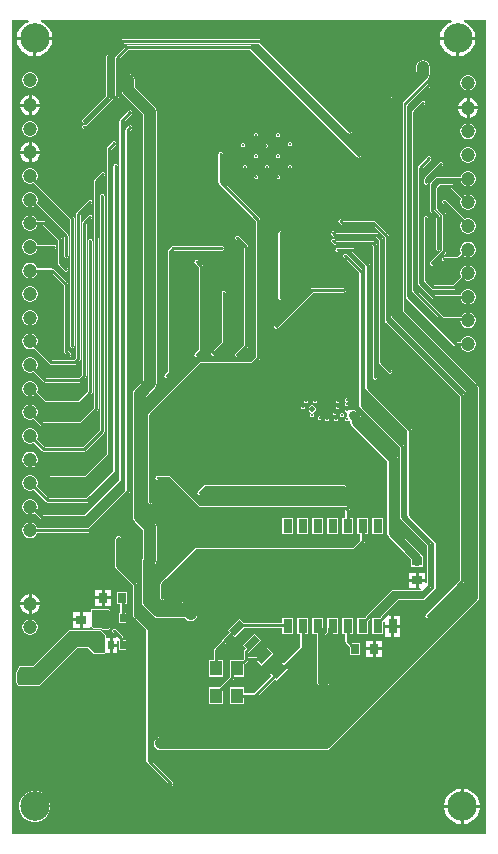
<source format=gbl>
G04*
G04 #@! TF.GenerationSoftware,Altium Limited,Altium Designer,22.1.2 (22)*
G04*
G04 Layer_Physical_Order=2*
G04 Layer_Color=16711680*
%FSLAX25Y25*%
%MOIN*%
G70*
G04*
G04 #@! TF.SameCoordinates,E6BCAF42-7E50-4797-BEDC-23F1F838AA05*
G04*
G04*
G04 #@! TF.FilePolarity,Positive*
G04*
G01*
G75*
%ADD18R,0.03543X0.03150*%
%ADD19R,0.03150X0.03543*%
%ADD56C,0.01000*%
%ADD57C,0.01500*%
%ADD58C,0.03937*%
%ADD59C,0.03150*%
%ADD60C,0.04724*%
%ADD61C,0.00787*%
%ADD62C,0.09843*%
%ADD63C,0.01968*%
%ADD64R,0.03150X0.05118*%
%ADD65R,0.04331X0.05118*%
G04:AMPARAMS|DCode=66|XSize=51.18mil|YSize=27.56mil|CornerRadius=0mil|HoleSize=0mil|Usage=FLASHONLY|Rotation=45.000|XOffset=0mil|YOffset=0mil|HoleType=Round|Shape=Rectangle|*
%AMROTATEDRECTD66*
4,1,4,-0.00835,-0.02784,-0.02784,-0.00835,0.00835,0.02784,0.02784,0.00835,-0.00835,-0.02784,0.0*
%
%ADD66ROTATEDRECTD66*%

%ADD67R,0.01968X0.02953*%
G36*
X158571Y429D02*
X429D01*
Y271570D01*
X5876D01*
X5975Y271070D01*
X5195Y270747D01*
X4225Y270099D01*
X3401Y269275D01*
X2753Y268305D01*
X2306Y267227D01*
X2079Y266083D01*
Y266000D01*
X13921D01*
Y266083D01*
X13694Y267227D01*
X13247Y268305D01*
X12599Y269275D01*
X11775Y270099D01*
X10805Y270747D01*
X10025Y271070D01*
X10124Y271570D01*
X146876D01*
X146975Y271070D01*
X146195Y270747D01*
X145225Y270099D01*
X144401Y269275D01*
X143753Y268305D01*
X143306Y267227D01*
X143079Y266083D01*
Y266000D01*
X154921D01*
Y266083D01*
X154694Y267227D01*
X154247Y268305D01*
X153599Y269275D01*
X152775Y270099D01*
X151805Y270747D01*
X151025Y271070D01*
X151124Y271570D01*
X158571D01*
Y429D01*
D02*
G37*
%LPC*%
G36*
X154921Y265000D02*
X149500D01*
Y259579D01*
X149583D01*
X150727Y259806D01*
X151805Y260253D01*
X152775Y260901D01*
X153599Y261725D01*
X154247Y262695D01*
X154694Y263773D01*
X154921Y264917D01*
Y265000D01*
D02*
G37*
G36*
X148500D02*
X143079D01*
Y264917D01*
X143306Y263773D01*
X143753Y262695D01*
X144401Y261725D01*
X145225Y260901D01*
X146195Y260253D01*
X147273Y259806D01*
X148417Y259579D01*
X148500D01*
Y265000D01*
D02*
G37*
G36*
X13921D02*
X8500D01*
Y259579D01*
X8583D01*
X9727Y259806D01*
X10805Y260253D01*
X11775Y260901D01*
X12599Y261725D01*
X13247Y262695D01*
X13694Y263773D01*
X13921Y264917D01*
Y265000D01*
D02*
G37*
G36*
X7500D02*
X2079D01*
Y264917D01*
X2306Y263773D01*
X2753Y262695D01*
X3401Y261725D01*
X4225Y260901D01*
X5195Y260253D01*
X6273Y259806D01*
X7417Y259579D01*
X7500D01*
Y265000D01*
D02*
G37*
G36*
X6837Y254196D02*
X6163D01*
X5511Y254022D01*
X4927Y253684D01*
X4450Y253207D01*
X4112Y252623D01*
X3938Y251971D01*
Y251296D01*
X4112Y250645D01*
X4450Y250061D01*
X4927Y249584D01*
X5511Y249246D01*
X6163Y249072D01*
X6837D01*
X7489Y249246D01*
X8073Y249584D01*
X8550Y250061D01*
X8888Y250645D01*
X9062Y251296D01*
Y251971D01*
X8888Y252623D01*
X8550Y253207D01*
X8073Y253684D01*
X7489Y254022D01*
X6837Y254196D01*
D02*
G37*
G36*
X152837Y253318D02*
X152163D01*
X151511Y253144D01*
X150927Y252806D01*
X150450Y252329D01*
X150112Y251745D01*
X149938Y251093D01*
Y250419D01*
X150112Y249767D01*
X150450Y249183D01*
X150927Y248706D01*
X151511Y248368D01*
X152163Y248194D01*
X152837D01*
X153489Y248368D01*
X154073Y248706D01*
X154550Y249183D01*
X154888Y249767D01*
X155062Y250419D01*
Y251093D01*
X154888Y251745D01*
X154550Y252329D01*
X154073Y252806D01*
X153489Y253144D01*
X152837Y253318D01*
D02*
G37*
G36*
X7000Y246595D02*
Y243748D01*
X9847D01*
X9633Y244546D01*
X9190Y245312D01*
X8564Y245938D01*
X7798Y246381D01*
X7000Y246595D01*
D02*
G37*
G36*
X6000D02*
X5202Y246381D01*
X4436Y245938D01*
X3810Y245312D01*
X3367Y244546D01*
X3153Y243748D01*
X6000D01*
Y246595D01*
D02*
G37*
G36*
X153000Y245717D02*
Y242870D01*
X155847D01*
X155633Y243668D01*
X155190Y244434D01*
X154564Y245060D01*
X153798Y245503D01*
X153000Y245717D01*
D02*
G37*
G36*
X152000D02*
X151202Y245503D01*
X150436Y245060D01*
X149810Y244434D01*
X149367Y243668D01*
X149153Y242870D01*
X152000D01*
Y245717D01*
D02*
G37*
G36*
X9847Y242748D02*
X7000D01*
Y239901D01*
X7798Y240115D01*
X8564Y240558D01*
X9190Y241184D01*
X9633Y241950D01*
X9847Y242748D01*
D02*
G37*
G36*
X6000D02*
X3153D01*
X3367Y241950D01*
X3810Y241184D01*
X4436Y240558D01*
X5202Y240115D01*
X6000Y239901D01*
Y242748D01*
D02*
G37*
G36*
X155847Y241870D02*
X153000D01*
Y239023D01*
X153798Y239237D01*
X154564Y239680D01*
X155190Y240306D01*
X155633Y241072D01*
X155847Y241870D01*
D02*
G37*
G36*
X152000D02*
X149153D01*
X149367Y241072D01*
X149810Y240306D01*
X150436Y239680D01*
X151202Y239237D01*
X152000Y239023D01*
Y241870D01*
D02*
G37*
G36*
X83000Y265214D02*
X37500D01*
X37227Y265159D01*
X36995Y265005D01*
X31995Y260005D01*
X31841Y259773D01*
X31786Y259500D01*
Y246296D01*
X23995Y238505D01*
X23841Y238273D01*
X23786Y238000D01*
X23841Y237727D01*
X23995Y237495D01*
X24227Y237341D01*
X24500Y237286D01*
X24773Y237341D01*
X25005Y237495D01*
X33005Y245495D01*
X33159Y245727D01*
X33214Y246000D01*
Y259204D01*
X37796Y263786D01*
X82704D01*
X112495Y233995D01*
X112727Y233841D01*
X113000Y233786D01*
X113273Y233841D01*
X113505Y233995D01*
X113659Y234227D01*
X113714Y234500D01*
X113659Y234773D01*
X113505Y235005D01*
X83505Y265005D01*
X83273Y265159D01*
X83000Y265214D01*
D02*
G37*
G36*
X82025Y234074D02*
X81534D01*
X81186Y233726D01*
Y233234D01*
X81534Y232887D01*
X82025D01*
X82373Y233234D01*
Y233726D01*
X82025Y234074D01*
D02*
G37*
G36*
X6837Y237936D02*
X6163D01*
X5511Y237762D01*
X4927Y237424D01*
X4450Y236947D01*
X4112Y236363D01*
X3938Y235711D01*
Y235037D01*
X4112Y234385D01*
X4450Y233801D01*
X4927Y233324D01*
X5511Y232986D01*
X6163Y232812D01*
X6837D01*
X7489Y232986D01*
X8073Y233324D01*
X8550Y233801D01*
X8888Y234385D01*
X9062Y235037D01*
Y235711D01*
X8888Y236363D01*
X8550Y236947D01*
X8073Y237424D01*
X7489Y237762D01*
X6837Y237936D01*
D02*
G37*
G36*
X89427Y233956D02*
X88935D01*
X88587Y233608D01*
Y233116D01*
X88935Y232769D01*
X89427D01*
X89775Y233116D01*
Y233608D01*
X89427Y233956D01*
D02*
G37*
G36*
X152837Y237058D02*
X152163D01*
X151511Y236884D01*
X150927Y236546D01*
X150450Y236069D01*
X150112Y235485D01*
X149938Y234833D01*
Y234159D01*
X150112Y233507D01*
X150450Y232923D01*
X150927Y232446D01*
X151511Y232108D01*
X152163Y231934D01*
X152837D01*
X153489Y232108D01*
X154073Y232446D01*
X154550Y232923D01*
X154888Y233507D01*
X155062Y234159D01*
Y234833D01*
X154888Y235485D01*
X154550Y236069D01*
X154073Y236546D01*
X153489Y236884D01*
X152837Y237058D01*
D02*
G37*
G36*
X93364Y230846D02*
X92872D01*
X92524Y230498D01*
Y230006D01*
X92872Y229658D01*
X93364D01*
X93712Y230006D01*
Y230498D01*
X93364Y230846D01*
D02*
G37*
G36*
X77773Y230491D02*
X77282D01*
X76934Y230144D01*
Y229652D01*
X77282Y229304D01*
X77773D01*
X78121Y229652D01*
Y230144D01*
X77773Y230491D01*
D02*
G37*
G36*
X85529Y230334D02*
X85037D01*
X84690Y229986D01*
Y229494D01*
X85037Y229147D01*
X85529D01*
X85877Y229494D01*
Y229986D01*
X85529Y230334D01*
D02*
G37*
G36*
X7000Y230847D02*
Y228000D01*
X9847D01*
X9633Y228798D01*
X9190Y229564D01*
X8564Y230190D01*
X7798Y230633D01*
X7000Y230847D01*
D02*
G37*
G36*
X6000D02*
X5202Y230633D01*
X4436Y230190D01*
X3810Y229564D01*
X3367Y228798D01*
X3153Y228000D01*
X6000D01*
Y230847D01*
D02*
G37*
G36*
X80000Y263214D02*
X38914D01*
X38641Y263159D01*
X38410Y263005D01*
X34995Y259591D01*
X34841Y259359D01*
X34786Y259086D01*
Y246467D01*
X25033Y236714D01*
X24500D01*
X24227Y236659D01*
X23995Y236505D01*
X23841Y236273D01*
X23786Y236000D01*
X23841Y235727D01*
X23995Y235495D01*
X24227Y235341D01*
X24500Y235286D01*
X25328D01*
X25602Y235341D01*
X25833Y235495D01*
X36005Y245667D01*
X36159Y245899D01*
X36214Y246172D01*
Y258790D01*
X39210Y261786D01*
X79704D01*
X115495Y225995D01*
X115727Y225841D01*
X116000Y225786D01*
X116273Y225841D01*
X116505Y225995D01*
X116659Y226227D01*
X116714Y226500D01*
X116659Y226773D01*
X116505Y227005D01*
X80505Y263005D01*
X80273Y263159D01*
X80000Y263214D01*
D02*
G37*
G36*
X82131Y226931D02*
X81639D01*
X81292Y226583D01*
Y226091D01*
X81639Y225744D01*
X82131D01*
X82479Y226091D01*
Y226583D01*
X82131Y226931D01*
D02*
G37*
G36*
X89388Y226830D02*
X88896D01*
X88548Y226482D01*
Y225990D01*
X88896Y225642D01*
X89388D01*
X89735Y225990D01*
Y226482D01*
X89388Y226830D01*
D02*
G37*
G36*
X9847Y227000D02*
X7000D01*
Y224153D01*
X7798Y224367D01*
X8564Y224810D01*
X9190Y225436D01*
X9633Y226202D01*
X9847Y227000D01*
D02*
G37*
G36*
X6000D02*
X3153D01*
X3367Y226202D01*
X3810Y225436D01*
X4436Y224810D01*
X5202Y224367D01*
X6000Y224153D01*
Y227000D01*
D02*
G37*
G36*
X152837Y229184D02*
X152163D01*
X151511Y229010D01*
X150927Y228672D01*
X150450Y228195D01*
X150112Y227611D01*
X149938Y226959D01*
Y226285D01*
X150112Y225633D01*
X150450Y225049D01*
X150927Y224572D01*
X151511Y224235D01*
X152163Y224060D01*
X152837D01*
X153489Y224235D01*
X154073Y224572D01*
X154550Y225049D01*
X154888Y225633D01*
X155062Y226285D01*
Y226959D01*
X154888Y227611D01*
X154550Y228195D01*
X154073Y228672D01*
X153489Y229010D01*
X152837Y229184D01*
D02*
G37*
G36*
X78364Y223405D02*
X77872D01*
X77524Y223057D01*
Y222565D01*
X77872Y222217D01*
X78364D01*
X78712Y222565D01*
Y223057D01*
X78364Y223405D01*
D02*
G37*
G36*
X93364Y223365D02*
X92872D01*
X92524Y223018D01*
Y222526D01*
X92872Y222178D01*
X93364D01*
X93712Y222526D01*
Y223018D01*
X93364Y223365D01*
D02*
G37*
G36*
X85647D02*
X85156D01*
X84808Y223018D01*
Y222526D01*
X85156Y222178D01*
X85647D01*
X85995Y222526D01*
Y223018D01*
X85647Y223365D01*
D02*
G37*
G36*
X89545Y219940D02*
X89053D01*
X88705Y219592D01*
Y219100D01*
X89053Y218753D01*
X89545D01*
X89893Y219100D01*
Y219592D01*
X89545Y219940D01*
D02*
G37*
G36*
X82144Y219822D02*
X81652D01*
X81304Y219474D01*
Y218982D01*
X81652Y218635D01*
X82144D01*
X82491Y218982D01*
Y219474D01*
X82144Y219822D01*
D02*
G37*
G36*
X143500Y224320D02*
X143227Y224266D01*
X142995Y224111D01*
X142841Y223879D01*
X142833Y223843D01*
X137995Y219005D01*
X137841Y218773D01*
X137786Y218500D01*
Y217500D01*
X137841Y217227D01*
X137995Y216995D01*
X138227Y216841D01*
X138500Y216786D01*
X138773Y216841D01*
X139005Y216995D01*
X139159Y217227D01*
X139214Y217500D01*
Y218204D01*
X144005Y222995D01*
X144159Y223227D01*
X144214Y223500D01*
Y223606D01*
X144159Y223879D01*
X144005Y224111D01*
X143773Y224266D01*
X143500Y224320D01*
D02*
G37*
G36*
X152837Y221310D02*
X152163D01*
X151511Y221136D01*
X150927Y220798D01*
X150450Y220321D01*
X150112Y219737D01*
X150039Y219462D01*
X142151D01*
X141878Y219407D01*
X141647Y219253D01*
X139995Y217601D01*
X139841Y217370D01*
X139786Y217097D01*
Y208000D01*
X139841Y207727D01*
X139995Y207495D01*
X141786Y205704D01*
Y195442D01*
X141841Y195169D01*
X141995Y194937D01*
X142227Y194782D01*
X142500Y194728D01*
X142773Y194782D01*
X143005Y194937D01*
X143159Y195169D01*
X143214Y195442D01*
Y206000D01*
X143159Y206273D01*
X143005Y206505D01*
X141214Y208296D01*
Y216801D01*
X142447Y218034D01*
X150039D01*
X150112Y217759D01*
X150450Y217175D01*
X150927Y216698D01*
X151511Y216360D01*
X152163Y216186D01*
X152837D01*
X153489Y216360D01*
X154073Y216698D01*
X154550Y217175D01*
X154888Y217759D01*
X155062Y218411D01*
Y219085D01*
X154888Y219737D01*
X154550Y220321D01*
X154073Y220798D01*
X153489Y221136D01*
X152837Y221310D01*
D02*
G37*
G36*
X147036Y217052D02*
X143321D01*
X143048Y216997D01*
X142816Y216843D01*
X141995Y216022D01*
X141841Y215790D01*
X141786Y215517D01*
Y208828D01*
X141841Y208555D01*
X141995Y208324D01*
X143786Y206533D01*
Y194785D01*
X143579Y194577D01*
X143505Y194563D01*
X143273Y194408D01*
X142102Y193236D01*
X142063Y193179D01*
X139889Y191005D01*
X139734Y190773D01*
X139680Y190500D01*
X139734Y190227D01*
X139889Y189995D01*
X140121Y189841D01*
X140394Y189786D01*
X140667Y189841D01*
X140898Y189995D01*
X143111Y192208D01*
X143149Y192265D01*
X144113Y193229D01*
X144187Y193244D01*
X144419Y193398D01*
X145005Y193984D01*
X145159Y194216D01*
X145214Y194489D01*
Y206828D01*
X145159Y207101D01*
X145005Y207333D01*
X143214Y209124D01*
Y215221D01*
X143616Y215624D01*
X146741D01*
X150255Y212110D01*
X150112Y211863D01*
X149938Y211211D01*
Y210537D01*
X150112Y209885D01*
X150450Y209301D01*
X150927Y208824D01*
X151511Y208486D01*
X152163Y208312D01*
X152837D01*
X153489Y208486D01*
X154073Y208824D01*
X154550Y209301D01*
X154888Y209885D01*
X155062Y210537D01*
Y211211D01*
X154888Y211863D01*
X154550Y212447D01*
X154073Y212924D01*
X153489Y213262D01*
X152837Y213436D01*
X152163D01*
X151511Y213262D01*
X151264Y213119D01*
X147541Y216843D01*
X147309Y216997D01*
X147036Y217052D01*
D02*
G37*
G36*
X144500Y211714D02*
X144227Y211659D01*
X143995Y211505D01*
X143841Y211273D01*
X143786Y211000D01*
X143841Y210727D01*
X143995Y210495D01*
X150255Y204236D01*
X150112Y203989D01*
X149938Y203337D01*
Y202663D01*
X150112Y202011D01*
X150450Y201427D01*
X150927Y200950D01*
X151511Y200612D01*
X152163Y200438D01*
X152837D01*
X153489Y200612D01*
X154073Y200950D01*
X154550Y201427D01*
X154888Y202011D01*
X155062Y202663D01*
Y203337D01*
X154888Y203989D01*
X154550Y204573D01*
X154073Y205050D01*
X153489Y205388D01*
X152837Y205562D01*
X152163D01*
X151511Y205388D01*
X151264Y205245D01*
X145005Y211505D01*
X144773Y211659D01*
X144500Y211714D01*
D02*
G37*
G36*
X6837Y198566D02*
X6163D01*
X5511Y198391D01*
X4927Y198054D01*
X4450Y197577D01*
X4112Y196993D01*
X3938Y196341D01*
Y195667D01*
X4112Y195015D01*
X4450Y194431D01*
X4927Y193954D01*
X5511Y193616D01*
X6163Y193442D01*
X6837D01*
X7489Y193616D01*
X8073Y193954D01*
X8550Y194431D01*
X8888Y195015D01*
X8960Y195286D01*
X14500D01*
X14773Y195341D01*
X15005Y195495D01*
X15159Y195727D01*
X15214Y196000D01*
X15159Y196273D01*
X15005Y196505D01*
X14773Y196659D01*
X14500Y196714D01*
X8962D01*
X8888Y196993D01*
X8550Y197577D01*
X8073Y198054D01*
X7489Y198391D01*
X6837Y198566D01*
D02*
G37*
G36*
X152837Y197688D02*
X152163D01*
X151511Y197514D01*
X150927Y197176D01*
X150450Y196699D01*
X150112Y196115D01*
X149938Y195463D01*
Y194789D01*
X150112Y194137D01*
X150255Y193890D01*
X148982Y192617D01*
X144606D01*
X144333Y192563D01*
X144102Y192408D01*
X143947Y192176D01*
X143893Y191903D01*
X143947Y191630D01*
X144102Y191399D01*
X144333Y191244D01*
X144606Y191190D01*
X149277D01*
X149550Y191244D01*
X149782Y191399D01*
X151264Y192881D01*
X151511Y192738D01*
X152163Y192564D01*
X152837D01*
X153489Y192738D01*
X154073Y193076D01*
X154550Y193553D01*
X154888Y194137D01*
X155062Y194789D01*
Y195463D01*
X154888Y196115D01*
X154550Y196699D01*
X154073Y197176D01*
X153489Y197514D01*
X152837Y197688D01*
D02*
G37*
G36*
X6837Y214314D02*
X6163D01*
X5511Y214140D01*
X4927Y213802D01*
X4450Y213325D01*
X4112Y212741D01*
X3938Y212089D01*
Y211415D01*
X4112Y210763D01*
X4450Y210179D01*
X4927Y209702D01*
X5511Y209364D01*
X6163Y209190D01*
X6837D01*
X7489Y209364D01*
X7736Y209507D01*
X17893Y199350D01*
Y193351D01*
X17841Y193273D01*
X17786Y193000D01*
X17841Y192727D01*
X17995Y192495D01*
X18227Y192341D01*
X18500Y192286D01*
X18773Y192341D01*
X19005Y192495D01*
X19111Y192602D01*
X19266Y192833D01*
X19320Y193106D01*
Y199646D01*
X19266Y199919D01*
X19111Y200150D01*
X8745Y210516D01*
X8888Y210763D01*
X9062Y211415D01*
Y212089D01*
X8888Y212741D01*
X8550Y213325D01*
X8073Y213802D01*
X7489Y214140D01*
X6837Y214314D01*
D02*
G37*
G36*
Y206440D02*
X6163D01*
X5511Y206265D01*
X4927Y205928D01*
X4450Y205451D01*
X4112Y204867D01*
X3938Y204215D01*
Y203541D01*
X4112Y202889D01*
X4450Y202305D01*
X4927Y201828D01*
X5511Y201490D01*
X6163Y201316D01*
X6837D01*
X7489Y201490D01*
X8073Y201828D01*
X8550Y202305D01*
X8888Y202889D01*
X8961Y203164D01*
X10826D01*
X15786Y198204D01*
Y190500D01*
X15841Y190227D01*
X15995Y189995D01*
X17995Y187995D01*
X18227Y187841D01*
X18500Y187786D01*
X18773Y187841D01*
X19005Y187995D01*
X19159Y188227D01*
X19214Y188500D01*
X19159Y188773D01*
X19005Y189005D01*
X17214Y190796D01*
Y198500D01*
X17159Y198773D01*
X17005Y199005D01*
X11627Y204383D01*
X11395Y204537D01*
X11122Y204592D01*
X8961D01*
X8888Y204867D01*
X8550Y205451D01*
X8073Y205928D01*
X7489Y206265D01*
X6837Y206440D01*
D02*
G37*
G36*
X138500Y206214D02*
X138227Y206159D01*
X137995Y206005D01*
X137889Y205898D01*
X137734Y205667D01*
X137680Y205394D01*
Y184953D01*
X137734Y184680D01*
X137889Y184448D01*
X140342Y181995D01*
X140573Y181841D01*
X140846Y181786D01*
X147748D01*
X148021Y181841D01*
X148253Y181995D01*
X151264Y185007D01*
X151511Y184864D01*
X152163Y184690D01*
X152837D01*
X153489Y184864D01*
X154073Y185202D01*
X154550Y185679D01*
X154888Y186263D01*
X155062Y186915D01*
Y187589D01*
X154888Y188241D01*
X154550Y188825D01*
X154073Y189302D01*
X153489Y189640D01*
X152837Y189814D01*
X152163D01*
X151511Y189640D01*
X150927Y189302D01*
X150450Y188825D01*
X150112Y188241D01*
X149938Y187589D01*
Y186915D01*
X150112Y186263D01*
X150255Y186016D01*
X147452Y183214D01*
X141142D01*
X139107Y185248D01*
Y205149D01*
X139159Y205227D01*
X139214Y205500D01*
X139159Y205773D01*
X139005Y206005D01*
X138773Y206159D01*
X138500Y206214D01*
D02*
G37*
G36*
X90000Y201214D02*
X89727Y201159D01*
X89495Y201005D01*
X89341Y200773D01*
X89286Y200500D01*
Y179000D01*
X89341Y178727D01*
X89495Y178495D01*
X89727Y178341D01*
X90000Y178286D01*
X90273Y178341D01*
X90505Y178495D01*
X90659Y178727D01*
X90714Y179000D01*
Y200500D01*
X90659Y200773D01*
X90505Y201005D01*
X90273Y201159D01*
X90000Y201214D01*
D02*
G37*
G36*
X6837Y182818D02*
X6163D01*
X5511Y182643D01*
X4927Y182306D01*
X4450Y181829D01*
X4112Y181245D01*
X3938Y180593D01*
Y179919D01*
X4112Y179267D01*
X4450Y178683D01*
X4927Y178206D01*
X5511Y177868D01*
X6163Y177694D01*
X6837D01*
X7489Y177868D01*
X8073Y178206D01*
X8550Y178683D01*
X8888Y179267D01*
X9062Y179919D01*
Y180593D01*
X8888Y181245D01*
X8550Y181829D01*
X8073Y182306D01*
X7489Y182643D01*
X6837Y182818D01*
D02*
G37*
G36*
X139500Y226214D02*
X139227Y226159D01*
X138995Y226005D01*
X135889Y222898D01*
X135734Y222667D01*
X135680Y222394D01*
Y184124D01*
X135734Y183851D01*
X135889Y183620D01*
X140635Y178873D01*
X140867Y178719D01*
X141140Y178664D01*
X150039D01*
X150112Y178389D01*
X150450Y177805D01*
X150927Y177328D01*
X151511Y176990D01*
X152163Y176816D01*
X152837D01*
X153489Y176990D01*
X154073Y177328D01*
X154550Y177805D01*
X154888Y178389D01*
X155062Y179041D01*
Y179715D01*
X154888Y180367D01*
X154550Y180951D01*
X154073Y181428D01*
X153489Y181766D01*
X152837Y181940D01*
X152163D01*
X151511Y181766D01*
X150927Y181428D01*
X150450Y180951D01*
X150112Y180367D01*
X150039Y180092D01*
X141436D01*
X137107Y184420D01*
Y222098D01*
X140005Y224995D01*
X140159Y225227D01*
X140214Y225500D01*
X140159Y225773D01*
X140005Y226005D01*
X139773Y226159D01*
X139500Y226214D01*
D02*
G37*
G36*
X6837Y174944D02*
X6163D01*
X5511Y174769D01*
X4927Y174432D01*
X4450Y173955D01*
X4112Y173371D01*
X3938Y172719D01*
Y172045D01*
X4112Y171393D01*
X4450Y170809D01*
X4927Y170332D01*
X5511Y169994D01*
X6163Y169820D01*
X6837D01*
X7489Y169994D01*
X8073Y170332D01*
X8550Y170809D01*
X8888Y171393D01*
X9062Y172045D01*
Y172719D01*
X8888Y173371D01*
X8550Y173955D01*
X8073Y174432D01*
X7489Y174769D01*
X6837Y174944D01*
D02*
G37*
G36*
X137500Y244714D02*
X137227Y244659D01*
X136995Y244505D01*
X133889Y241398D01*
X133734Y241167D01*
X133680Y240894D01*
Y181606D01*
X133734Y181333D01*
X133889Y181102D01*
X143447Y171543D01*
X143679Y171388D01*
X143952Y171334D01*
X149938D01*
Y171167D01*
X150112Y170515D01*
X150450Y169931D01*
X150927Y169454D01*
X151511Y169116D01*
X152163Y168942D01*
X152837D01*
X153489Y169116D01*
X154073Y169454D01*
X154550Y169931D01*
X154888Y170515D01*
X155062Y171167D01*
Y171841D01*
X154888Y172493D01*
X154550Y173077D01*
X154073Y173554D01*
X153489Y173891D01*
X152837Y174066D01*
X152163D01*
X151511Y173891D01*
X150927Y173554D01*
X150450Y173077D01*
X150268Y172762D01*
X144248D01*
X135107Y181902D01*
Y240598D01*
X138005Y243495D01*
X138159Y243727D01*
X138214Y244000D01*
X138159Y244273D01*
X138005Y244505D01*
X137773Y244659D01*
X137500Y244714D01*
D02*
G37*
G36*
X111014Y182228D02*
X110944Y182214D01*
X100500D01*
X100227Y182159D01*
X99995Y182005D01*
X87995Y170005D01*
X87841Y169773D01*
X87786Y169500D01*
X87841Y169227D01*
X87995Y168995D01*
X88227Y168841D01*
X88500Y168786D01*
X88773Y168841D01*
X89005Y168995D01*
X100796Y180786D01*
X111000D01*
X111273Y180841D01*
X111505Y180995D01*
X111519Y181009D01*
X111673Y181241D01*
X111727Y181514D01*
X111673Y181787D01*
X111519Y182018D01*
X111287Y182173D01*
X111014Y182228D01*
D02*
G37*
G36*
X6837Y222188D02*
X6163D01*
X5511Y222014D01*
X4927Y221676D01*
X4450Y221199D01*
X4112Y220615D01*
X3938Y219963D01*
Y219289D01*
X4112Y218637D01*
X4450Y218053D01*
X4927Y217576D01*
X5511Y217238D01*
X6163Y217064D01*
X6837D01*
X7489Y217238D01*
X7736Y217381D01*
X19893Y205224D01*
Y163351D01*
X19841Y163273D01*
X19786Y163000D01*
X19841Y162727D01*
X19995Y162495D01*
X20227Y162341D01*
X20500Y162286D01*
X20773Y162341D01*
X21005Y162495D01*
X21111Y162602D01*
X21266Y162833D01*
X21320Y163106D01*
Y205520D01*
X21266Y205793D01*
X21111Y206024D01*
X8745Y218390D01*
X8888Y218637D01*
X9062Y219289D01*
Y219963D01*
X8888Y220615D01*
X8550Y221199D01*
X8073Y221676D01*
X7489Y222014D01*
X6837Y222188D01*
D02*
G37*
G36*
X139000Y250214D02*
X138727Y250159D01*
X138495Y250005D01*
X131889Y243398D01*
X131734Y243167D01*
X131680Y242894D01*
Y179606D01*
X131734Y179333D01*
X131889Y179102D01*
X147865Y163125D01*
X148097Y162971D01*
X148370Y162916D01*
X150039D01*
X150112Y162641D01*
X150450Y162057D01*
X150927Y161580D01*
X151511Y161242D01*
X152163Y161068D01*
X152837D01*
X153489Y161242D01*
X154073Y161580D01*
X154550Y162057D01*
X154888Y162641D01*
X155062Y163293D01*
Y163967D01*
X154888Y164619D01*
X154550Y165203D01*
X154073Y165680D01*
X153489Y166017D01*
X152837Y166192D01*
X152163D01*
X151511Y166017D01*
X150927Y165680D01*
X150450Y165203D01*
X150112Y164619D01*
X150039Y164344D01*
X148666D01*
X133107Y179902D01*
Y242598D01*
X139505Y248995D01*
X139659Y249227D01*
X139714Y249500D01*
X139659Y249773D01*
X139505Y250005D01*
X139273Y250159D01*
X139000Y250214D01*
D02*
G37*
G36*
X71081Y181379D02*
X70808Y181325D01*
X70576Y181170D01*
X70421Y180938D01*
X70367Y180665D01*
Y164376D01*
X66995Y161005D01*
X66841Y160773D01*
X66786Y160500D01*
X66841Y160227D01*
X66995Y159995D01*
X67227Y159841D01*
X67500Y159786D01*
X67773Y159841D01*
X68005Y159995D01*
X71585Y163576D01*
X71740Y163808D01*
X71794Y164081D01*
Y180665D01*
X71740Y180938D01*
X71585Y181170D01*
X71354Y181325D01*
X71081Y181379D01*
D02*
G37*
G36*
X75500Y199714D02*
X75227Y199659D01*
X74995Y199505D01*
X74841Y199273D01*
X74786Y199000D01*
X74841Y198727D01*
X74995Y198495D01*
X77786Y195704D01*
Y163296D01*
X74995Y160505D01*
X74841Y160273D01*
X74786Y160000D01*
X74841Y159727D01*
X74995Y159495D01*
X75227Y159341D01*
X75500Y159286D01*
X75773Y159341D01*
X76005Y159495D01*
X79005Y162495D01*
X79159Y162727D01*
X79214Y163000D01*
Y196000D01*
X79159Y196273D01*
X79005Y196505D01*
X76005Y199505D01*
X75773Y199659D01*
X75500Y199714D01*
D02*
G37*
G36*
X62000Y191714D02*
X61727Y191659D01*
X61495Y191505D01*
X61341Y191273D01*
X61286Y191000D01*
X61341Y190727D01*
X61495Y190495D01*
X62786Y189204D01*
Y161796D01*
X61495Y160505D01*
X61341Y160273D01*
X61286Y160000D01*
X61341Y159727D01*
X61495Y159495D01*
X61727Y159341D01*
X62000Y159286D01*
X62273Y159341D01*
X62505Y159495D01*
X64005Y160995D01*
X64159Y161227D01*
X64214Y161500D01*
Y189500D01*
X64159Y189773D01*
X64005Y190005D01*
X62505Y191505D01*
X62273Y191659D01*
X62000Y191714D01*
D02*
G37*
G36*
X6837Y190692D02*
X6163D01*
X5511Y190517D01*
X4927Y190180D01*
X4450Y189703D01*
X4112Y189119D01*
X3938Y188467D01*
Y187793D01*
X4112Y187141D01*
X4450Y186557D01*
X4927Y186080D01*
X5511Y185742D01*
X6163Y185568D01*
X6837D01*
X7489Y185742D01*
X8073Y186080D01*
X8550Y186557D01*
X8888Y187141D01*
X8961Y187416D01*
X13574D01*
X17786Y183204D01*
Y161000D01*
X17841Y160727D01*
X17995Y160495D01*
X18995Y159495D01*
X19227Y159341D01*
X19500Y159286D01*
X19773Y159341D01*
X20005Y159495D01*
X20159Y159727D01*
X20214Y160000D01*
X20159Y160273D01*
X20005Y160505D01*
X19214Y161296D01*
Y183500D01*
X19159Y183773D01*
X19005Y184005D01*
X14375Y188635D01*
X14143Y188789D01*
X13870Y188844D01*
X8961D01*
X8888Y189119D01*
X8550Y189703D01*
X8073Y190180D01*
X7489Y190517D01*
X6837Y190692D01*
D02*
G37*
G36*
X26500Y211714D02*
X26227Y211659D01*
X25995Y211505D01*
X22102Y207611D01*
X21947Y207379D01*
X21893Y207106D01*
Y158988D01*
X21119Y158214D01*
X13803D01*
X8745Y163272D01*
X8888Y163519D01*
X9062Y164171D01*
Y164845D01*
X8888Y165497D01*
X8550Y166081D01*
X8073Y166558D01*
X7489Y166895D01*
X6837Y167070D01*
X6163D01*
X5511Y166895D01*
X4927Y166558D01*
X4450Y166081D01*
X4112Y165497D01*
X3938Y164845D01*
Y164171D01*
X4112Y163519D01*
X4450Y162935D01*
X4927Y162458D01*
X5511Y162120D01*
X6163Y161946D01*
X6837D01*
X7489Y162120D01*
X7736Y162263D01*
X13003Y156995D01*
X13235Y156841D01*
X13508Y156786D01*
X21414D01*
X21687Y156841D01*
X21919Y156995D01*
X23111Y158187D01*
X23266Y158419D01*
X23320Y158692D01*
Y206811D01*
X27005Y210495D01*
X27159Y210727D01*
X27214Y211000D01*
X27159Y211273D01*
X27005Y211505D01*
X26773Y211659D01*
X26500Y211714D01*
D02*
G37*
G36*
X107500Y201214D02*
X107227Y201159D01*
X106995Y201005D01*
X106841Y200773D01*
X106786Y200500D01*
X106841Y200227D01*
X106995Y199995D01*
X107495Y199495D01*
X107727Y199341D01*
X108000Y199286D01*
X121826D01*
X121896Y199217D01*
X121908Y199208D01*
X121917Y199196D01*
X122639Y198534D01*
X122743Y198430D01*
Y157543D01*
X122797Y157270D01*
X122952Y157039D01*
X125995Y153995D01*
X126227Y153841D01*
X126500Y153786D01*
X126773Y153841D01*
X127005Y153995D01*
X127159Y154227D01*
X127214Y154500D01*
X127159Y154773D01*
X127005Y155005D01*
X124170Y157839D01*
Y198726D01*
X124116Y198999D01*
X123961Y199231D01*
X123637Y199555D01*
X123624Y199563D01*
X123615Y199576D01*
X122892Y200239D01*
X122624Y200506D01*
X122508Y200583D01*
X122393Y200659D01*
X122392Y200659D01*
X122392Y200660D01*
X122256Y200687D01*
X122120Y200714D01*
X108296D01*
X108005Y201005D01*
X107773Y201159D01*
X107500Y201214D01*
D02*
G37*
G36*
X70500Y196214D02*
X54086D01*
X53813Y196159D01*
X53581Y196005D01*
X52538Y194962D01*
X52384Y194730D01*
X52329Y194457D01*
Y154339D01*
X51495Y153505D01*
X51341Y153273D01*
X51286Y153000D01*
X51341Y152727D01*
X51495Y152495D01*
X51727Y152341D01*
X52000Y152286D01*
X52273Y152341D01*
X52505Y152495D01*
X53548Y153538D01*
X53702Y153770D01*
X53757Y154043D01*
Y194161D01*
X54381Y194786D01*
X70500D01*
X70773Y194841D01*
X71005Y194995D01*
X71159Y195227D01*
X71214Y195500D01*
X71159Y195773D01*
X71005Y196005D01*
X70773Y196159D01*
X70500Y196214D01*
D02*
G37*
G36*
X26500Y206714D02*
X26227Y206659D01*
X25995Y206505D01*
X24102Y204611D01*
X23947Y204379D01*
X23893Y204106D01*
Y153402D01*
X22704Y152214D01*
X11930D01*
X8745Y155398D01*
X8888Y155645D01*
X9062Y156297D01*
Y156971D01*
X8888Y157623D01*
X8550Y158207D01*
X8073Y158684D01*
X7489Y159021D01*
X6837Y159196D01*
X6163D01*
X5511Y159021D01*
X4927Y158684D01*
X4450Y158207D01*
X4112Y157623D01*
X3938Y156971D01*
Y156297D01*
X4112Y155645D01*
X4450Y155061D01*
X4927Y154584D01*
X5511Y154246D01*
X6163Y154072D01*
X6837D01*
X7489Y154246D01*
X7736Y154389D01*
X11129Y150995D01*
X11361Y150841D01*
X11634Y150786D01*
X23000D01*
X23273Y150841D01*
X23505Y150995D01*
X25111Y152602D01*
X25266Y152833D01*
X25320Y153106D01*
Y203811D01*
X27005Y205495D01*
X27159Y205727D01*
X27214Y206000D01*
X27159Y206273D01*
X27005Y206505D01*
X26773Y206659D01*
X26500Y206714D01*
D02*
G37*
G36*
X107500Y198714D02*
X107227Y198659D01*
X106995Y198505D01*
X106841Y198273D01*
X106786Y198000D01*
X106841Y197727D01*
X106995Y197495D01*
X107483Y197008D01*
X107469Y196994D01*
X108032Y196618D01*
X108695Y196486D01*
Y196505D01*
X120575D01*
X120743Y196338D01*
Y152543D01*
X120797Y152270D01*
X120952Y152039D01*
X120995Y151995D01*
X121227Y151841D01*
X121500Y151786D01*
X121773Y151841D01*
X122005Y151995D01*
X122159Y152227D01*
X122214Y152500D01*
X122170Y152718D01*
Y196633D01*
X122116Y196907D01*
X121961Y197138D01*
X121376Y197724D01*
X121144Y197879D01*
X120871Y197933D01*
X109189D01*
X108695Y197949D01*
X108504Y198028D01*
X108143Y198366D01*
X108005Y198505D01*
X107773Y198659D01*
X107500Y198714D01*
D02*
G37*
G36*
X26606Y198718D02*
X26333Y198663D01*
X26102Y198509D01*
X25947Y198277D01*
X25893Y198004D01*
Y147902D01*
X22704Y144714D01*
X11556D01*
X8745Y147524D01*
X8888Y147771D01*
X9062Y148423D01*
Y149097D01*
X8888Y149749D01*
X8550Y150333D01*
X8073Y150810D01*
X7489Y151147D01*
X6837Y151322D01*
X6163D01*
X5511Y151147D01*
X4927Y150810D01*
X4450Y150333D01*
X4112Y149749D01*
X3938Y149097D01*
Y148423D01*
X4112Y147771D01*
X4450Y147187D01*
X4927Y146710D01*
X5511Y146372D01*
X6163Y146198D01*
X6837D01*
X7489Y146372D01*
X7736Y146515D01*
X10755Y143495D01*
X10987Y143341D01*
X11260Y143286D01*
X23000D01*
X23273Y143341D01*
X23505Y143495D01*
X27111Y147102D01*
X27266Y147333D01*
X27320Y147606D01*
Y198004D01*
X27266Y198277D01*
X27111Y198509D01*
X26879Y198663D01*
X26606Y198718D01*
D02*
G37*
G36*
X109246Y145094D02*
X108754D01*
X108406Y144746D01*
Y144254D01*
X108754Y143906D01*
X109246D01*
X109594Y144254D01*
Y144746D01*
X109246Y145094D01*
D02*
G37*
G36*
X101746D02*
X101254D01*
X100906Y144746D01*
Y144254D01*
X101254Y143906D01*
X101746D01*
X102094Y144254D01*
Y144746D01*
X101746Y145094D01*
D02*
G37*
G36*
X98746D02*
X98254D01*
X97906Y144746D01*
Y144254D01*
X98254Y143906D01*
X98746D01*
X99094Y144254D01*
Y144746D01*
X98746Y145094D01*
D02*
G37*
G36*
X112246Y145594D02*
X112238Y145594D01*
X111754D01*
X111406Y145246D01*
Y144754D01*
X111622Y144539D01*
X111707Y144250D01*
X111622Y143961D01*
X111406Y143746D01*
Y143254D01*
X111754Y142906D01*
X112246D01*
X112588Y143248D01*
X112594Y143254D01*
Y143746D01*
X112588Y143752D01*
X112378Y143961D01*
X112293Y144250D01*
X112378Y144539D01*
X112588Y144748D01*
X112594Y144754D01*
Y145246D01*
X112246Y145594D01*
D02*
G37*
G36*
X109246Y143094D02*
X108754D01*
X108406Y142746D01*
Y142254D01*
X108754Y141906D01*
X109246D01*
X109594Y142254D01*
Y142746D01*
X109246Y143094D01*
D02*
G37*
G36*
X97746D02*
X97254D01*
X96906Y142746D01*
Y142254D01*
X97254Y141906D01*
X97746D01*
X98094Y142254D01*
Y142746D01*
X97746Y143094D01*
D02*
G37*
G36*
X108246Y141094D02*
X107754D01*
X107406Y140746D01*
Y140254D01*
X107754Y139906D01*
X108246D01*
X108594Y140254D01*
Y140746D01*
X108246Y141094D01*
D02*
G37*
G36*
X110746Y140594D02*
X110254D01*
X109906Y140246D01*
Y139754D01*
X110254Y139406D01*
X110746D01*
X111094Y139754D01*
Y140246D01*
X110746Y140594D01*
D02*
G37*
G36*
X100736Y143184D02*
X100264D01*
X99829Y143004D01*
X99496Y142671D01*
X99316Y142236D01*
Y141764D01*
X99496Y141329D01*
X99829Y140996D01*
X99924Y140957D01*
X100031Y140371D01*
X99912Y140252D01*
X99906Y140246D01*
Y139754D01*
X100254Y139406D01*
X100262Y139406D01*
X100746D01*
X101094Y139754D01*
Y140246D01*
X100969Y140371D01*
X101076Y140957D01*
X101171Y140996D01*
X101504Y141329D01*
X101684Y141764D01*
Y142236D01*
X101504Y142671D01*
X101171Y143004D01*
X100736Y143184D01*
D02*
G37*
G36*
X103246Y139594D02*
X102754D01*
X102406Y139246D01*
Y138754D01*
X102754Y138406D01*
X103246D01*
X103594Y138754D01*
Y139246D01*
X103246Y139594D01*
D02*
G37*
G36*
X108746Y139094D02*
X108254D01*
X107906Y138746D01*
Y138254D01*
X108254Y137906D01*
X108746D01*
X109094Y138254D01*
Y138746D01*
X108746Y139094D01*
D02*
G37*
G36*
X105746D02*
X105254D01*
X104906Y138746D01*
Y138254D01*
X105254Y137906D01*
X105746D01*
X106094Y138254D01*
Y138746D01*
X105746Y139094D01*
D02*
G37*
G36*
X30736Y220950D02*
X30463Y220895D01*
X30231Y220741D01*
X27995Y218505D01*
X27841Y218273D01*
X27786Y218000D01*
Y198939D01*
X27841Y198665D01*
X27893Y198588D01*
Y142402D01*
X23204Y137714D01*
X10682D01*
X8745Y139650D01*
X8888Y139897D01*
X9062Y140549D01*
Y141223D01*
X8888Y141875D01*
X8550Y142459D01*
X8073Y142936D01*
X7489Y143273D01*
X6837Y143448D01*
X6163D01*
X5511Y143273D01*
X4927Y142936D01*
X4450Y142459D01*
X4112Y141875D01*
X3938Y141223D01*
Y140549D01*
X4112Y139897D01*
X4450Y139313D01*
X4927Y138836D01*
X5511Y138498D01*
X6163Y138324D01*
X6837D01*
X7489Y138498D01*
X7736Y138641D01*
X9881Y136495D01*
X10113Y136341D01*
X10386Y136286D01*
X23500D01*
X23773Y136341D01*
X24005Y136495D01*
X29111Y141602D01*
X29266Y141833D01*
X29320Y142106D01*
Y198832D01*
X29266Y199106D01*
X29214Y199183D01*
Y217704D01*
X31241Y219731D01*
X31395Y219963D01*
X31450Y220236D01*
X31395Y220509D01*
X31241Y220741D01*
X31009Y220895D01*
X30736Y220950D01*
D02*
G37*
G36*
X30500Y213753D02*
X30227Y213699D01*
X29995Y213544D01*
X29841Y213313D01*
X29786Y213039D01*
X29841Y212766D01*
X29893Y212688D01*
Y134902D01*
X24204Y129214D01*
X11307D01*
X8745Y131776D01*
X8888Y132023D01*
X9062Y132675D01*
Y133349D01*
X8888Y134001D01*
X8550Y134585D01*
X8073Y135062D01*
X7489Y135399D01*
X6837Y135574D01*
X6163D01*
X5511Y135399D01*
X4927Y135062D01*
X4450Y134585D01*
X4112Y134001D01*
X3938Y133349D01*
Y132675D01*
X4112Y132023D01*
X4450Y131439D01*
X4927Y130962D01*
X5511Y130624D01*
X6163Y130450D01*
X6837D01*
X7489Y130624D01*
X7736Y130767D01*
X10507Y127995D01*
X10739Y127841D01*
X11012Y127786D01*
X24500D01*
X24773Y127841D01*
X25005Y127995D01*
X31111Y134102D01*
X31266Y134333D01*
X31320Y134606D01*
Y212933D01*
X31266Y213206D01*
X31111Y213438D01*
X31005Y213544D01*
X30773Y213699D01*
X30500Y213753D01*
D02*
G37*
G36*
X34500Y231214D02*
X34227Y231159D01*
X33995Y231005D01*
X32231Y229241D01*
X32077Y229009D01*
X32022Y228736D01*
Y127032D01*
X24704Y119714D01*
X13244D01*
X8859Y124099D01*
X8888Y124149D01*
X9062Y124801D01*
Y125475D01*
X8888Y126127D01*
X8550Y126711D01*
X8073Y127188D01*
X7489Y127525D01*
X6837Y127700D01*
X6163D01*
X5511Y127525D01*
X4927Y127188D01*
X4450Y126711D01*
X4112Y126127D01*
X3938Y125475D01*
Y124801D01*
X4112Y124149D01*
X4450Y123565D01*
X4927Y123088D01*
X5511Y122750D01*
X6163Y122576D01*
X6837D01*
X7489Y122750D01*
X7932Y123006D01*
X12443Y118495D01*
X12675Y118341D01*
X12948Y118286D01*
X25000D01*
X25273Y118341D01*
X25505Y118495D01*
X33241Y126231D01*
X33395Y126463D01*
X33450Y126736D01*
Y228440D01*
X35005Y229995D01*
X35159Y230227D01*
X35214Y230500D01*
X35159Y230773D01*
X35005Y231005D01*
X34773Y231159D01*
X34500Y231214D01*
D02*
G37*
G36*
X111000Y116714D02*
X65000D01*
X64727Y116659D01*
X64495Y116505D01*
X62495Y114505D01*
X62341Y114273D01*
X62286Y114000D01*
X62341Y113727D01*
X62495Y113495D01*
X62727Y113341D01*
X63000Y113286D01*
X63273Y113341D01*
X63505Y113495D01*
X65296Y115286D01*
X111000D01*
X111273Y115341D01*
X111505Y115495D01*
X111659Y115727D01*
X111714Y116000D01*
X111659Y116273D01*
X111505Y116505D01*
X111273Y116659D01*
X111000Y116714D01*
D02*
G37*
G36*
X35000Y223714D02*
X34727Y223659D01*
X34495Y223505D01*
X34341Y223273D01*
X34286Y223000D01*
Y121296D01*
X25204Y112214D01*
X12665D01*
X8784Y116095D01*
X8888Y116275D01*
X9062Y116927D01*
Y117601D01*
X8888Y118253D01*
X8550Y118837D01*
X8073Y119314D01*
X7489Y119651D01*
X6837Y119826D01*
X6163D01*
X5511Y119651D01*
X4927Y119314D01*
X4450Y118837D01*
X4112Y118253D01*
X3938Y117601D01*
Y116927D01*
X4112Y116275D01*
X4450Y115691D01*
X4927Y115214D01*
X5511Y114876D01*
X6163Y114702D01*
X6837D01*
X7489Y114876D01*
X7803Y115058D01*
X11865Y110995D01*
X12097Y110841D01*
X12370Y110786D01*
X25500D01*
X25773Y110841D01*
X26005Y110995D01*
X35505Y120495D01*
X35659Y120727D01*
X35714Y121000D01*
Y223000D01*
X35659Y223273D01*
X35505Y223505D01*
X35273Y223659D01*
X35000Y223714D01*
D02*
G37*
G36*
X70000Y227714D02*
X69727Y227659D01*
X69495Y227505D01*
X69341Y227273D01*
X69286Y227000D01*
Y217500D01*
X69341Y217227D01*
X69495Y216995D01*
X81786Y204704D01*
Y159296D01*
X80204Y157714D01*
X63500D01*
X63227Y157659D01*
X62995Y157505D01*
X45995Y140505D01*
X45841Y140273D01*
X45786Y140000D01*
Y111000D01*
X45841Y110727D01*
X45995Y110495D01*
X46227Y110341D01*
X46500Y110286D01*
X46773Y110341D01*
X47005Y110495D01*
X47159Y110727D01*
X47214Y111000D01*
Y139704D01*
X63796Y156286D01*
X80500D01*
X80773Y156341D01*
X81005Y156495D01*
X83005Y158495D01*
X83159Y158727D01*
X83214Y159000D01*
Y205000D01*
X83159Y205273D01*
X83005Y205505D01*
X70714Y217796D01*
Y227000D01*
X70659Y227273D01*
X70505Y227505D01*
X70273Y227659D01*
X70000Y227714D01*
D02*
G37*
G36*
X39925Y241639D02*
X39652Y241585D01*
X39421Y241430D01*
X36495Y238505D01*
X36341Y238273D01*
X36286Y238000D01*
Y118296D01*
X24704Y106714D01*
X10744D01*
X8923Y108534D01*
X9062Y109052D01*
Y109727D01*
X8888Y110379D01*
X8550Y110963D01*
X8073Y111440D01*
X7489Y111777D01*
X6837Y111952D01*
X6163D01*
X5511Y111777D01*
X4927Y111440D01*
X4450Y110963D01*
X4112Y110379D01*
X3938Y109727D01*
Y109052D01*
X4112Y108401D01*
X4450Y107817D01*
X4927Y107340D01*
X5511Y107002D01*
X6163Y106828D01*
X6837D01*
X7489Y107002D01*
X8073Y107340D01*
X8086Y107352D01*
X9943Y105495D01*
X10175Y105341D01*
X10448Y105286D01*
X25000D01*
X25273Y105341D01*
X25505Y105495D01*
X37505Y117495D01*
X37659Y117727D01*
X37714Y118000D01*
Y237704D01*
X40430Y240421D01*
X40585Y240652D01*
X40639Y240925D01*
X40585Y241198D01*
X40430Y241430D01*
X40198Y241585D01*
X39925Y241639D01*
D02*
G37*
G36*
Y236639D02*
X39652Y236585D01*
X39421Y236430D01*
X38495Y235505D01*
X38341Y235273D01*
X38286Y235000D01*
Y114796D01*
X25720Y102229D01*
X8961D01*
X8888Y102505D01*
X8550Y103089D01*
X8073Y103566D01*
X7489Y103903D01*
X6837Y104078D01*
X6163D01*
X5511Y103903D01*
X4927Y103566D01*
X4450Y103089D01*
X4112Y102505D01*
X3938Y101853D01*
Y101178D01*
X4112Y100527D01*
X4450Y99942D01*
X4927Y99466D01*
X5511Y99128D01*
X6163Y98953D01*
X6837D01*
X7489Y99128D01*
X8073Y99466D01*
X8550Y99942D01*
X8888Y100527D01*
X8961Y100802D01*
X26016D01*
X26289Y100856D01*
X26520Y101011D01*
X39505Y113995D01*
X39659Y114227D01*
X39714Y114500D01*
Y234704D01*
X40430Y235420D01*
X40585Y235652D01*
X40639Y235925D01*
X40585Y236198D01*
X40430Y236430D01*
X40198Y236585D01*
X39925Y236639D01*
D02*
G37*
G36*
X124114Y105804D02*
X120564D01*
Y100286D01*
X124114D01*
Y105804D01*
D02*
G37*
G36*
X52500Y119714D02*
X49000D01*
X48727Y119659D01*
X48495Y119505D01*
X48341Y119273D01*
X48286Y119000D01*
X48341Y118727D01*
X48495Y118495D01*
X48727Y118341D01*
X49000Y118286D01*
X52204D01*
X52329Y118162D01*
X52329Y118162D01*
X61995Y108495D01*
X62227Y108341D01*
X62500Y108286D01*
X111458D01*
X111626Y108119D01*
Y105804D01*
X110564D01*
Y100286D01*
X114114D01*
Y105804D01*
X113053D01*
Y108414D01*
X112999Y108687D01*
X112844Y108919D01*
X112258Y109505D01*
X112027Y109659D01*
X111753Y109714D01*
X62796D01*
X53338Y119171D01*
X53338Y119171D01*
X53005Y119505D01*
X52773Y119659D01*
X52500Y119714D01*
D02*
G37*
G36*
X109114Y105804D02*
X105564D01*
Y100286D01*
X109114D01*
Y105804D01*
D02*
G37*
G36*
X104114D02*
X100564D01*
Y100286D01*
X104114D01*
Y105804D01*
D02*
G37*
G36*
X99114D02*
X95564D01*
Y100286D01*
X99114D01*
Y105804D01*
D02*
G37*
G36*
X94114D02*
X90564D01*
Y100286D01*
X94114D01*
Y105804D01*
D02*
G37*
G36*
X112246Y142094D02*
X111754D01*
X111406Y141746D01*
Y141254D01*
X111754Y140906D01*
X111900D01*
X111925Y140894D01*
X112274Y140418D01*
X112190Y140000D01*
X112274Y139582D01*
X111925Y139106D01*
X111900Y139094D01*
X111754D01*
X111406Y138746D01*
Y138254D01*
X111754Y137906D01*
X112246D01*
X112537Y138197D01*
X112594Y138254D01*
X112700Y138274D01*
X113190Y137859D01*
Y137500D01*
X113328Y136808D01*
X113720Y136220D01*
X125530Y124411D01*
Y103045D01*
Y100661D01*
X125564Y100486D01*
Y100286D01*
X125604D01*
X125667Y99968D01*
X126060Y99381D01*
X133494Y91947D01*
Y91150D01*
X133528Y90975D01*
Y89375D01*
X135128D01*
X135303Y89340D01*
X135500D01*
X135675Y89375D01*
X137472D01*
Y92924D01*
X137067D01*
X136975Y93389D01*
X136583Y93976D01*
X129149Y101410D01*
Y103045D01*
Y125161D01*
X129011Y125853D01*
X128619Y126440D01*
X116810Y138250D01*
Y139000D01*
X116672Y139692D01*
X116280Y140280D01*
X115280Y141280D01*
X114692Y141672D01*
X114000Y141810D01*
X113307Y141672D01*
X113094Y141529D01*
X112594Y141746D01*
X112564Y141776D01*
X112246Y142094D01*
D02*
G37*
G36*
X138272Y87425D02*
X136000D01*
Y85350D01*
X138272D01*
Y87425D01*
D02*
G37*
G36*
X135000D02*
X132728D01*
Y85350D01*
X135000D01*
Y87425D01*
D02*
G37*
G36*
X111500Y193714D02*
X111227Y193659D01*
X110995Y193505D01*
X110841Y193273D01*
X110786Y193000D01*
X110841Y192727D01*
X110995Y192495D01*
X116286Y187204D01*
Y143000D01*
X116341Y142727D01*
X116495Y142495D01*
X129700Y129290D01*
Y106086D01*
X129755Y105813D01*
X129909Y105581D01*
X138872Y96619D01*
Y83727D01*
X138772Y83660D01*
X138272Y83927D01*
Y84350D01*
X136000D01*
Y82276D01*
X136579D01*
X136846Y81776D01*
X136804Y81714D01*
X127503D01*
X127230Y81659D01*
X126999Y81505D01*
X118760Y73266D01*
X118605Y73034D01*
X118557Y72792D01*
X118105Y72340D01*
X115564D01*
Y66822D01*
X119114D01*
Y71330D01*
X119769Y71986D01*
X119924Y72217D01*
X119972Y72459D01*
X127799Y80286D01*
X137500D01*
X137773Y80341D01*
X138005Y80495D01*
X140091Y82581D01*
X140245Y82813D01*
X140299Y83086D01*
Y96914D01*
X140245Y97187D01*
X140091Y97419D01*
X131128Y106382D01*
Y129586D01*
X131073Y129859D01*
X130919Y130091D01*
X117714Y143296D01*
Y187500D01*
X117659Y187773D01*
X117505Y188005D01*
X112005Y193505D01*
X111773Y193659D01*
X111500Y193714D01*
D02*
G37*
G36*
X135000Y84350D02*
X132728D01*
Y82276D01*
X135000D01*
Y84350D01*
D02*
G37*
G36*
X33386Y81772D02*
X31311D01*
Y79500D01*
X33386D01*
Y81772D01*
D02*
G37*
G36*
X30311D02*
X28236D01*
Y79500D01*
X30311D01*
Y81772D01*
D02*
G37*
G36*
X119114Y105804D02*
X115564D01*
Y100286D01*
X116625D01*
Y98135D01*
X114204Y95714D01*
X62000D01*
X61727Y95659D01*
X61495Y95505D01*
X49995Y84005D01*
X49841Y83773D01*
X49786Y83500D01*
Y79026D01*
X49781Y79000D01*
X49835Y78727D01*
X49990Y78495D01*
X50222Y78341D01*
X50495Y78286D01*
X50768Y78341D01*
X50999Y78495D01*
X51005Y78500D01*
X51159Y78732D01*
X51214Y79005D01*
Y83204D01*
X62296Y94286D01*
X114500D01*
X114773Y94341D01*
X115005Y94495D01*
X117844Y97334D01*
X117999Y97566D01*
X118053Y97839D01*
Y100286D01*
X119114D01*
Y105804D01*
D02*
G37*
G36*
X7000Y80347D02*
Y77500D01*
X9847D01*
X9633Y78298D01*
X9190Y79064D01*
X8564Y79690D01*
X7798Y80133D01*
X7000Y80347D01*
D02*
G37*
G36*
X6000D02*
X5202Y80133D01*
X4436Y79690D01*
X3810Y79064D01*
X3367Y78298D01*
X3153Y77500D01*
X6000D01*
Y80347D01*
D02*
G37*
G36*
X33386Y78500D02*
X31311D01*
Y76228D01*
X33386D01*
Y78500D01*
D02*
G37*
G36*
X30311D02*
X28236D01*
Y76228D01*
X30311D01*
Y78500D01*
D02*
G37*
G36*
X9847Y76500D02*
X7000D01*
Y73653D01*
X7798Y73867D01*
X8564Y74310D01*
X9190Y74936D01*
X9633Y75702D01*
X9847Y76500D01*
D02*
G37*
G36*
X6000D02*
X3153D01*
X3367Y75702D01*
X3810Y74936D01*
X4436Y74310D01*
X5202Y73867D01*
X6000Y73653D01*
Y76500D01*
D02*
G37*
G36*
X110000Y205214D02*
X109727Y205159D01*
X109495Y205005D01*
X109341Y204773D01*
X109286Y204500D01*
X109341Y204227D01*
X109495Y203995D01*
X109995Y203495D01*
X110227Y203341D01*
X110500Y203286D01*
X120654D01*
X120733Y203208D01*
X120737Y203205D01*
X120740Y203200D01*
X124741Y199319D01*
X124742Y199319D01*
X124742Y199318D01*
X124743Y199317D01*
Y171543D01*
X124797Y171270D01*
X124952Y171039D01*
X149786Y146204D01*
Y84796D01*
X138495Y73505D01*
X138341Y73273D01*
X138286Y73000D01*
X138341Y72727D01*
X138495Y72495D01*
X138727Y72341D01*
X139000Y72286D01*
X139273Y72341D01*
X139505Y72495D01*
X151005Y83995D01*
X151159Y84227D01*
X151214Y84500D01*
Y146500D01*
X151159Y146773D01*
X151005Y147005D01*
X126170Y171839D01*
Y199610D01*
X126145Y199739D01*
X126122Y199869D01*
X126118Y199876D01*
X126116Y199883D01*
X126043Y199993D01*
X125972Y200104D01*
X125872Y200208D01*
X125865Y200213D01*
X125861Y200219D01*
X125792Y200289D01*
X125787Y200292D01*
X125783Y200297D01*
X125735Y200343D01*
X125735Y200343D01*
X121738Y204221D01*
X121454Y204505D01*
X121329Y204588D01*
X121223Y204659D01*
X121223Y204659D01*
X121223Y204659D01*
X121086Y204687D01*
X120950Y204714D01*
X110796D01*
X110505Y205005D01*
X110273Y205159D01*
X110000Y205214D01*
D02*
G37*
G36*
X23073Y74224D02*
X20801D01*
Y72150D01*
X23073D01*
Y74224D01*
D02*
G37*
G36*
X39239Y253711D02*
X38393Y253543D01*
X37676Y253063D01*
X37196Y252346D01*
X37028Y251500D01*
Y248261D01*
X37196Y247415D01*
X37676Y246698D01*
X44289Y240084D01*
Y151416D01*
X41437Y148563D01*
X40957Y147846D01*
X40789Y147000D01*
Y140500D01*
Y106000D01*
X40957Y105154D01*
X41437Y104437D01*
X44289Y101584D01*
Y92343D01*
X43957Y91846D01*
X43789Y91000D01*
Y77806D01*
X43957Y76960D01*
X44437Y76243D01*
X47743Y72937D01*
X48460Y72457D01*
X49306Y72289D01*
X58084D01*
X58437Y71937D01*
X59154Y71457D01*
X60000Y71289D01*
X60846Y71457D01*
X61563Y71937D01*
X62043Y72654D01*
X62211Y73500D01*
X62043Y74346D01*
X61563Y75063D01*
X59563Y77063D01*
X58846Y77543D01*
X58000Y77711D01*
X57154Y77543D01*
X56437Y77063D01*
X56201Y76711D01*
X50222D01*
X48211Y78722D01*
Y90158D01*
X48543Y90654D01*
X48711Y91500D01*
Y102500D01*
X48543Y103346D01*
X48063Y104063D01*
X45211Y106916D01*
Y140500D01*
Y146084D01*
X48063Y148937D01*
X48543Y149654D01*
X48711Y150500D01*
Y241000D01*
X48543Y241846D01*
X48063Y242563D01*
X41450Y249177D01*
Y251500D01*
X41282Y252346D01*
X40802Y253063D01*
X40085Y253543D01*
X39239Y253711D01*
D02*
G37*
G36*
X38885Y80972D02*
X35335D01*
Y77028D01*
X36601D01*
Y74115D01*
X36131D01*
Y70763D01*
X38499D01*
Y74115D01*
X38029D01*
Y77028D01*
X38885D01*
Y80972D01*
D02*
G37*
G36*
X94114Y72340D02*
X90564D01*
Y70554D01*
X77847D01*
X76330Y72072D01*
X72428Y68170D01*
X73039Y67559D01*
X70743Y65263D01*
X70588Y65032D01*
X70534Y64759D01*
Y64638D01*
X67952Y62056D01*
X67797Y61825D01*
X67743Y61551D01*
Y58287D01*
X66091D01*
Y52768D01*
X70822D01*
Y58287D01*
X69170D01*
Y61256D01*
X71752Y63838D01*
X71907Y64069D01*
X71961Y64342D01*
Y64463D01*
X74048Y66550D01*
X74659Y65939D01*
X77847Y69127D01*
X90564D01*
Y66822D01*
X94114D01*
Y72340D01*
D02*
G37*
G36*
X129914Y73140D02*
X127839D01*
Y70081D01*
X129914D01*
Y73140D01*
D02*
G37*
G36*
X114000Y195714D02*
X109000D01*
X108727Y195659D01*
X108495Y195505D01*
X108341Y195273D01*
X108286Y195000D01*
X108341Y194727D01*
X108495Y194495D01*
X108727Y194341D01*
X109000Y194286D01*
X113704D01*
X118286Y189704D01*
Y149000D01*
X118341Y148727D01*
X118495Y148495D01*
X132286Y134704D01*
Y106500D01*
X132341Y106227D01*
X132495Y105995D01*
X141286Y97204D01*
Y82296D01*
X137704Y78714D01*
X129503D01*
X129230Y78659D01*
X128999Y78505D01*
X123760Y73266D01*
X123605Y73034D01*
X123557Y72792D01*
X123105Y72340D01*
X120564D01*
Y66822D01*
X124114D01*
Y71056D01*
X124264Y71166D01*
X124764Y70914D01*
Y70081D01*
X126839D01*
Y73140D01*
X126306D01*
X126114Y73602D01*
X129799Y77286D01*
X138000D01*
X138273Y77341D01*
X138505Y77495D01*
X142505Y81495D01*
X142659Y81727D01*
X142714Y82000D01*
Y97500D01*
X142659Y97773D01*
X142505Y98005D01*
X133714Y106796D01*
Y135000D01*
X133659Y135273D01*
X133505Y135505D01*
X119714Y149296D01*
Y190000D01*
X119659Y190273D01*
X119505Y190505D01*
X114505Y195505D01*
X114273Y195659D01*
X114000Y195714D01*
D02*
G37*
G36*
X23073Y71150D02*
X20801D01*
Y69075D01*
X23073D01*
Y71150D01*
D02*
G37*
G36*
X32500Y75217D02*
X27000D01*
X26847Y75153D01*
X26783Y75000D01*
Y74372D01*
X26345Y74224D01*
X26283Y74224D01*
X24073D01*
Y71650D01*
Y69075D01*
X26345D01*
Y69253D01*
X26828Y69392D01*
X26847Y69347D01*
X27327Y68866D01*
X27480Y68803D01*
X29979D01*
X30306Y68738D01*
X30583Y68553D01*
X30789Y68347D01*
X30942Y68283D01*
X32500D01*
X32653Y68347D01*
X33153Y68847D01*
X33217Y69000D01*
Y74500D01*
X33153Y74653D01*
X32653Y75153D01*
X32500Y75217D01*
D02*
G37*
G36*
X6837Y71767D02*
X6163D01*
X5511Y71592D01*
X4927Y71255D01*
X4450Y70778D01*
X4112Y70194D01*
X3938Y69542D01*
Y68867D01*
X4112Y68216D01*
X4450Y67632D01*
X4927Y67154D01*
X5511Y66817D01*
X6163Y66642D01*
X6837D01*
X7489Y66817D01*
X8073Y67154D01*
X8550Y67632D01*
X8888Y68216D01*
X9062Y68867D01*
Y69542D01*
X8888Y70194D01*
X8550Y70778D01*
X8073Y71255D01*
X7489Y71592D01*
X6837Y71767D01*
D02*
G37*
G36*
X129914Y69081D02*
X127839D01*
Y66022D01*
X129914D01*
Y69081D01*
D02*
G37*
G36*
X126839D02*
X124764D01*
Y66022D01*
X126839D01*
Y69081D01*
D02*
G37*
G36*
X123724Y64772D02*
X121650D01*
Y62500D01*
X123724D01*
Y64772D01*
D02*
G37*
G36*
X120650D02*
X118575D01*
Y62500D01*
X120650D01*
Y64772D01*
D02*
G37*
G36*
X34500Y68714D02*
X34227Y68659D01*
X33995Y68505D01*
X33841Y68273D01*
X33786Y68000D01*
X33841Y67727D01*
X33995Y67495D01*
X35327Y66163D01*
X35120Y65663D01*
X34075D01*
Y63687D01*
X35559D01*
Y64686D01*
X36059Y64953D01*
X36117Y64914D01*
Y63671D01*
X36131Y63602D01*
Y61511D01*
X38499D01*
Y64863D01*
X37544D01*
Y65669D01*
X37490Y65942D01*
X37335Y66174D01*
X35005Y68505D01*
X34773Y68659D01*
X34500Y68714D01*
D02*
G37*
G36*
X35559Y62687D02*
X34075D01*
Y60711D01*
X35559D01*
Y62687D01*
D02*
G37*
G36*
X29900Y68217D02*
X19500D01*
X19347Y68153D01*
X7410Y56217D01*
X3000D01*
X2967Y56203D01*
X2932Y56205D01*
X2894Y56172D01*
X2847Y56153D01*
X2833Y56120D01*
X2806Y56097D01*
X1806Y54097D01*
X1803Y54047D01*
X1784Y54000D01*
Y51500D01*
X1797Y51467D01*
X1795Y51432D01*
X2295Y49931D01*
X2328Y49894D01*
X2347Y49847D01*
X2380Y49833D01*
X2403Y49806D01*
X2453Y49803D01*
X2500Y49784D01*
X9500Y49784D01*
X9653Y49847D01*
X22090Y62283D01*
X25910D01*
X27847Y60347D01*
X28000Y60283D01*
X31000D01*
X31153Y60347D01*
X31228Y60422D01*
X31591Y60711D01*
Y60711D01*
X31591Y60711D01*
X33075D01*
Y63187D01*
Y65663D01*
X31716D01*
Y66500D01*
X31653Y66653D01*
X30224Y68082D01*
X30204Y68090D01*
X30191Y68109D01*
X30113Y68161D01*
X30070Y68170D01*
X30035Y68194D01*
X29942Y68212D01*
X29920Y68208D01*
X29900Y68217D01*
D02*
G37*
G36*
X114114Y72340D02*
X110564D01*
Y66822D01*
X111626D01*
Y64511D01*
X111680Y64238D01*
X111835Y64007D01*
X113074Y62767D01*
X113076Y62766D01*
Y60028D01*
X116625D01*
Y63972D01*
X113888D01*
X113053Y64807D01*
Y66822D01*
X114114D01*
Y72340D01*
D02*
G37*
G36*
X123724Y61500D02*
X121650D01*
Y59228D01*
X123724D01*
Y61500D01*
D02*
G37*
G36*
X120650D02*
X118575D01*
Y59228D01*
X120650D01*
Y61500D01*
D02*
G37*
G36*
X99114Y72340D02*
X95564D01*
Y66822D01*
X96626D01*
Y62624D01*
X90952Y56950D01*
X90341Y57561D01*
X86439Y53659D01*
X87050Y53048D01*
X81188Y47186D01*
X77909D01*
Y49231D01*
X73178D01*
Y43713D01*
X77909D01*
Y45759D01*
X81483D01*
X81757Y45813D01*
X81988Y45968D01*
X88059Y52039D01*
X88670Y51428D01*
X92572Y55330D01*
X91961Y55941D01*
X97844Y61823D01*
X97999Y62055D01*
X98053Y62328D01*
Y66822D01*
X99114D01*
Y72340D01*
D02*
G37*
G36*
X81341Y67061D02*
X77439Y63159D01*
X78448Y62151D01*
X77943Y61646D01*
X77788Y61414D01*
X77734Y61141D01*
Y58727D01*
X77307Y58300D01*
X77209D01*
X77140Y58287D01*
X73178D01*
Y53931D01*
X73164Y53862D01*
Y52583D01*
X69813Y49231D01*
X66091D01*
Y43713D01*
X70822D01*
Y48222D01*
X74383Y51783D01*
X74537Y52014D01*
X74592Y52287D01*
Y52768D01*
X77909D01*
Y56949D01*
X78107Y57082D01*
X78982Y57957D01*
X82142D01*
X83659Y56439D01*
X87561Y60341D01*
X85330Y62572D01*
X82142Y59384D01*
X79161D01*
Y60730D01*
X79596Y61002D01*
X79670Y60928D01*
X83572Y64830D01*
X81341Y67061D01*
D02*
G37*
G36*
X109114Y72340D02*
X105564D01*
Y68849D01*
X105546Y68756D01*
Y67462D01*
X104938Y66854D01*
X104728Y66540D01*
X104654Y66169D01*
Y51597D01*
X104728Y51226D01*
X104938Y50912D01*
X105662Y50188D01*
X105976Y49978D01*
X106347Y49904D01*
X106718Y49978D01*
X107032Y50188D01*
X107242Y50502D01*
X107316Y50873D01*
X107242Y51243D01*
X107032Y51558D01*
X106591Y51998D01*
Y65768D01*
X107199Y66375D01*
X107409Y66690D01*
X107436Y66822D01*
X109114D01*
Y72340D01*
D02*
G37*
G36*
X104114D02*
X100564D01*
Y66822D01*
X102154D01*
Y50857D01*
X102228Y50486D01*
X102438Y50172D01*
X102752Y49962D01*
X103123Y49888D01*
X103494Y49962D01*
X103808Y50172D01*
X104018Y50486D01*
X104092Y50857D01*
Y66822D01*
X104114D01*
Y72340D01*
D02*
G37*
G36*
X137500Y258211D02*
X136654Y258043D01*
X135937Y257563D01*
X135457Y256846D01*
X135289Y256000D01*
Y254416D01*
X127362Y246489D01*
X126883Y245771D01*
X126714Y244925D01*
Y173575D01*
X126883Y172729D01*
X127362Y172011D01*
X151758Y147616D01*
Y80384D01*
X104084Y32711D01*
X50000D01*
X49154Y32543D01*
X48437Y32063D01*
X47957Y31346D01*
X47789Y30500D01*
X47957Y29654D01*
X48437Y28937D01*
X49154Y28457D01*
X50000Y28289D01*
X105000D01*
X105846Y28457D01*
X106563Y28937D01*
X155532Y77905D01*
X156011Y78622D01*
X156179Y79469D01*
Y148531D01*
X156011Y149378D01*
X155532Y150095D01*
X131136Y174491D01*
Y244009D01*
X139063Y251937D01*
X139543Y252654D01*
X139711Y253500D01*
Y256000D01*
X139543Y256846D01*
X139063Y257563D01*
X138346Y258043D01*
X137500Y258211D01*
D02*
G37*
G36*
X36000Y99714D02*
X35727Y99659D01*
X35495Y99505D01*
X34995Y99005D01*
X34841Y98773D01*
X34786Y98500D01*
Y89500D01*
X34841Y89227D01*
X34995Y88995D01*
X40786Y83204D01*
Y73000D01*
X40841Y72727D01*
X40995Y72495D01*
X45286Y68204D01*
Y24500D01*
X45341Y24227D01*
X45495Y23995D01*
X52995Y16495D01*
X53227Y16341D01*
X53500Y16286D01*
X53773Y16341D01*
X54005Y16495D01*
X54159Y16727D01*
X54214Y17000D01*
X54159Y17273D01*
X54005Y17505D01*
X46714Y24796D01*
Y68500D01*
X46659Y68773D01*
X46505Y69005D01*
X42214Y73296D01*
Y83500D01*
X42159Y83773D01*
X42005Y84005D01*
X36214Y89796D01*
Y98204D01*
X36505Y98495D01*
X36659Y98727D01*
X36714Y99000D01*
X36659Y99273D01*
X36505Y99505D01*
X36273Y99659D01*
X36000Y99714D01*
D02*
G37*
G36*
X151083Y15421D02*
X151000D01*
Y10000D01*
X156421D01*
Y10083D01*
X156194Y11227D01*
X155747Y12305D01*
X155099Y13275D01*
X154275Y14099D01*
X153305Y14747D01*
X152227Y15194D01*
X151083Y15421D01*
D02*
G37*
G36*
X150000D02*
X149917D01*
X148773Y15194D01*
X147695Y14747D01*
X146725Y14099D01*
X145901Y13275D01*
X145253Y12305D01*
X144806Y11227D01*
X144579Y10083D01*
Y10000D01*
X150000D01*
Y15421D01*
D02*
G37*
G36*
X8674Y14621D02*
X7326D01*
X6023Y14272D01*
X4856Y13598D01*
X3902Y12644D01*
X3228Y11477D01*
X2879Y10174D01*
Y8826D01*
X3228Y7523D01*
X3902Y6356D01*
X4856Y5402D01*
X6023Y4728D01*
X7326Y4379D01*
X8674D01*
X9977Y4728D01*
X11145Y5402D01*
X12098Y6356D01*
X12772Y7523D01*
X13121Y8826D01*
Y10174D01*
X12772Y11477D01*
X12098Y12644D01*
X11145Y13598D01*
X9977Y14272D01*
X8674Y14621D01*
D02*
G37*
G36*
X156421Y9000D02*
X151000D01*
Y3579D01*
X151083D01*
X152227Y3806D01*
X153305Y4253D01*
X154275Y4901D01*
X155099Y5725D01*
X155747Y6695D01*
X156194Y7773D01*
X156421Y8917D01*
Y9000D01*
D02*
G37*
G36*
X150000D02*
X144579D01*
Y8917D01*
X144806Y7773D01*
X145253Y6695D01*
X145901Y5725D01*
X146725Y4901D01*
X147695Y4253D01*
X148773Y3806D01*
X149917Y3579D01*
X150000D01*
Y9000D01*
D02*
G37*
%LPD*%
G36*
X33000Y74500D02*
Y69000D01*
X32500Y68500D01*
X30942D01*
X30721Y68721D01*
X30390Y68942D01*
X30000Y69020D01*
X27480D01*
X27000Y69500D01*
Y75000D01*
X32500D01*
X33000Y74500D01*
D02*
G37*
G36*
X29992Y67982D02*
X30071Y67929D01*
X31500Y66500D01*
Y61000D01*
X31000Y60500D01*
X28000D01*
X26000Y62500D01*
X22000D01*
X9500Y50000D01*
X2500Y50000D01*
X2000Y51500D01*
Y54000D01*
X3000Y56000D01*
X7500D01*
X19500Y68000D01*
X29900D01*
X29992Y67982D01*
D02*
G37*
D18*
X135500Y91150D02*
D03*
Y84850D02*
D03*
X23573Y71650D02*
D03*
Y65350D02*
D03*
D19*
X114850Y62000D02*
D03*
X121150D02*
D03*
X37110Y79000D02*
D03*
X30811D02*
D03*
D56*
X107988Y197512D02*
G03*
X108695Y197219I707J707D01*
G01*
X52833Y118667D02*
X52833D01*
X49000Y119000D02*
X52500D01*
X52833Y118667D01*
X82500Y159000D02*
Y205000D01*
X70000Y217500D02*
X82500Y205000D01*
X80500Y157000D02*
X82500Y159000D01*
X46500Y111000D02*
Y140000D01*
X63500Y157000D02*
X80500D01*
X46500Y140000D02*
X63500Y157000D01*
X88500Y169500D02*
X100500Y181500D01*
X111000D01*
X111014Y181514D01*
X6504Y196000D02*
X14500D01*
X16500Y190500D02*
Y198500D01*
X11122Y203878D02*
X16500Y198500D01*
X24500Y236000D02*
X25328D01*
X35500Y246172D01*
X132394Y179606D02*
Y242894D01*
X139000Y249500D01*
X134394Y181606D02*
Y240894D01*
X137500Y244000D01*
X143500Y223500D02*
Y223606D01*
X138500Y218500D02*
X143500Y223500D01*
X138500Y217500D02*
Y218500D01*
X143321Y216338D02*
X147036D01*
X140500Y208000D02*
X142500Y206000D01*
Y208828D02*
Y215517D01*
X140500Y208000D02*
Y217097D01*
X142151Y218748D01*
X142500Y215517D02*
X143321Y216338D01*
X142151Y218748D02*
X152500D01*
X144500Y211000D02*
X152500Y203000D01*
X142500Y208828D02*
X144500Y206828D01*
X140394Y190500D02*
X142606Y192713D01*
X143778Y193903D02*
X143914D01*
X144500Y194489D02*
Y206828D01*
X143914Y193903D02*
X144500Y194489D01*
X138394Y205394D02*
X138500Y205500D01*
X138394Y184953D02*
Y205394D01*
X142606Y192713D02*
Y192732D01*
X46000Y24500D02*
Y68500D01*
Y24500D02*
X53500Y17000D01*
X35500Y98500D02*
X36000Y99000D01*
X35500Y89500D02*
Y98500D01*
Y89500D02*
X41500Y83500D01*
Y73000D02*
Y83500D01*
Y73000D02*
X46000Y68500D01*
X39000Y114500D02*
Y235000D01*
X37000Y118000D02*
Y238000D01*
X10448Y106000D02*
X25000D01*
X26016Y101516D02*
X39000Y114500D01*
X25000Y106000D02*
X37000Y118000D01*
X65000Y116000D02*
X111000D01*
X111753Y109000D02*
X112339Y108414D01*
X62500Y109000D02*
X111753D01*
X112339Y103045D02*
Y108414D01*
X52833Y118667D02*
X62500Y109000D01*
X71248Y64759D02*
X76330Y69841D01*
X68457Y61551D02*
X71248Y64342D01*
Y64759D01*
X68457Y55528D02*
Y61551D01*
X50500Y79005D02*
Y83500D01*
X62000Y95000D01*
X50495Y79000D02*
X50500Y79005D01*
X12370Y111500D02*
X25500D01*
X35000Y121000D01*
Y223000D01*
X117000Y143000D02*
X130414Y129586D01*
Y106086D02*
Y129586D01*
X117000Y143000D02*
Y187500D01*
X39000Y235000D02*
X39925Y235925D01*
X32736Y126736D02*
Y228736D01*
X30606Y134606D02*
Y212933D01*
X25000Y119000D02*
X32736Y126736D01*
X28606Y142106D02*
Y198832D01*
X23500Y137000D02*
X28606Y142106D01*
X24500Y128500D02*
X30606Y134606D01*
X26606Y147606D02*
Y198004D01*
X23000Y144000D02*
X26606Y147606D01*
X23000Y151500D02*
X24606Y153106D01*
X11634Y151500D02*
X23000D01*
X24606Y153106D02*
Y204106D01*
X119000Y149000D02*
Y190000D01*
Y149000D02*
X133000Y135000D01*
Y106500D02*
Y135000D01*
X111500Y193000D02*
X117000Y187500D01*
X114000Y195000D02*
X119000Y190000D01*
X6500Y101516D02*
X26016D01*
X7058Y109390D02*
X10448Y106000D01*
X62000Y95000D02*
X114500D01*
X117339Y97839D01*
Y103045D01*
X63000Y114000D02*
X65000Y116000D01*
X144606Y191903D02*
X149277D01*
X152500Y195126D01*
X142606Y192732D02*
X143778Y193903D01*
X142500Y195442D02*
Y206000D01*
X125356Y199715D02*
X125457Y199610D01*
X136394Y184124D02*
Y222394D01*
X139500Y225500D01*
X125457Y171543D02*
Y199610D01*
X123457Y157543D02*
Y198726D01*
X132394Y179606D02*
X148370Y163630D01*
X123133Y199050D02*
X123457Y198726D01*
X108695Y197219D02*
X120871D01*
X122399Y199723D02*
X123133Y199050D01*
X134394Y181606D02*
X143952Y172048D01*
X121457Y152543D02*
Y196633D01*
Y152543D02*
X121500Y152500D01*
X123457Y157543D02*
X126500Y154500D01*
X120871Y197219D02*
X121457Y196633D01*
X125457Y171543D02*
X150500Y146500D01*
X136394Y184124D02*
X141140Y179378D01*
X138394Y184953D02*
X140846Y182500D01*
X150807Y179378D02*
X151000Y179185D01*
X141140Y179378D02*
X150807D01*
X140846Y182500D02*
X147748D01*
X152500Y187252D01*
X147036Y216338D02*
X152500Y210874D01*
X122120Y200000D02*
X122399Y199723D01*
X108000Y200000D02*
X122120D01*
X125238Y199831D02*
X125287Y199784D01*
X110000Y204500D02*
X110500Y204000D01*
X121237Y203713D02*
X125238Y199831D01*
X110500Y204000D02*
X120950D01*
X125287Y199784D02*
X125356Y199715D01*
X120950Y204000D02*
X121237Y203713D01*
X109000Y195000D02*
X114000D01*
X38914Y262500D02*
X80000D01*
X116000Y226500D01*
X83000Y264500D02*
X113000Y234500D01*
X37500Y264500D02*
X83000D01*
X133000Y106500D02*
X142000Y97500D01*
X139586Y83086D02*
Y96914D01*
X130414Y106086D02*
X139586Y96914D01*
X127503Y81000D02*
X137500D01*
X139586Y83086D01*
X142000Y82000D02*
Y97500D01*
X138000Y78000D02*
X142000Y82000D01*
X129503Y78000D02*
X138000D01*
X124264Y72761D02*
X129503Y78000D01*
X122339Y69581D02*
Y70565D01*
X124264Y72490D01*
Y72761D01*
X117339Y70565D02*
X119264Y72490D01*
Y72761D01*
X127503Y81000D01*
X117339Y69581D02*
Y70565D01*
X139000Y73000D02*
X150500Y84500D01*
Y146500D01*
X107500Y198000D02*
X107988Y197512D01*
X107500Y200500D02*
X108000Y200000D01*
X148370Y163630D02*
X152500D01*
X143952Y172048D02*
X151956D01*
X97339Y62328D02*
Y69581D01*
X89505Y54495D02*
X97339Y62328D01*
X81483Y46472D02*
X89505Y54495D01*
X75543Y46472D02*
X81483D01*
X76330Y69841D02*
X92079D01*
X92339Y69581D01*
X78447Y58432D02*
Y61141D01*
X80506Y63199D01*
Y63994D01*
X77602Y57587D02*
X78686Y58670D01*
X84159D01*
X84995Y59505D01*
X75543Y55528D02*
Y55921D01*
X77209Y57587D01*
X77602D01*
X73878Y53862D02*
X75543Y55528D01*
X68457Y46472D02*
Y46866D01*
X73878Y52287D01*
Y53862D01*
X112339Y64511D02*
X113579Y63272D01*
X113776D02*
X114850Y62197D01*
X113579Y63272D02*
X113776D01*
X112339Y64511D02*
Y69581D01*
X114850Y62000D02*
Y62197D01*
X34500Y68000D02*
X36831Y65669D01*
Y63671D02*
X37315Y63187D01*
X36831Y63671D02*
Y65669D01*
X37315Y72439D02*
Y78795D01*
X37110Y79000D02*
X37315Y78795D01*
X75500Y199000D02*
X78500Y196000D01*
X35500Y259086D02*
X38914Y262500D01*
X35500Y246172D02*
Y259086D01*
X24500Y238000D02*
X32500Y246000D01*
Y259500D02*
X37500Y264500D01*
X32500Y246000D02*
Y259500D01*
X37000Y238000D02*
X39925Y240925D01*
X52000Y153000D02*
X53043Y154043D01*
Y194457D02*
X54086Y195500D01*
X53043Y154043D02*
Y194457D01*
X62000Y160000D02*
X63500Y161500D01*
Y189500D01*
X75500Y160000D02*
X78500Y163000D01*
Y196000D01*
X67500Y160500D02*
X71081Y164081D01*
Y180665D01*
X62000Y191000D02*
X63500Y189500D01*
X54086Y195500D02*
X70500D01*
X90000Y179000D02*
Y200500D01*
X28500Y198939D02*
Y218000D01*
Y198939D02*
X28606Y198832D01*
X70000Y217500D02*
Y227000D01*
X6500Y219626D02*
X20606Y205520D01*
X18606Y193106D02*
Y199646D01*
X24606Y204106D02*
X26500Y206000D01*
X21414Y157500D02*
X22606Y158692D01*
X20500Y163000D02*
X20606Y163106D01*
X6500Y196004D02*
X6504Y196000D01*
X30500Y213039D02*
X30606Y212933D01*
X6500Y211752D02*
X18606Y199646D01*
X18500Y193000D02*
X18606Y193106D01*
X28500Y218000D02*
X30736Y220236D01*
X22606Y158692D02*
Y207106D01*
X26500Y211000D01*
X20606Y163106D02*
Y205520D01*
X16500Y190500D02*
X18500Y188500D01*
X151956Y172048D02*
X152500Y171504D01*
X18500Y161000D02*
X19500Y160000D01*
X18500Y161000D02*
Y183500D01*
X13870Y188130D02*
X18500Y183500D01*
X6500Y188130D02*
X13870D01*
X6500Y203878D02*
X11122D01*
X6500Y164508D02*
X13508Y157500D01*
X21414D01*
X6500Y156634D02*
X11634Y151500D01*
X11260Y144000D02*
X23000D01*
X32736Y228736D02*
X34500Y230500D01*
X6500Y148760D02*
X11260Y144000D01*
X6606Y117264D02*
X12370Y111500D01*
X12948Y119000D02*
X25000D01*
X6810Y125138D02*
X12948Y119000D01*
X6500Y133012D02*
X11012Y128500D01*
X24500D01*
X6500Y140886D02*
X10386Y137000D01*
X23500D01*
X6500Y117264D02*
X6606D01*
X6500Y125138D02*
X6810D01*
X6500Y109390D02*
X7058D01*
D57*
X105623Y51597D02*
X106347Y50873D01*
X103123Y50857D02*
Y68797D01*
X105623Y51597D02*
Y66169D01*
X106514Y67060D01*
X102339Y69581D02*
X103123Y68797D01*
X106514Y68756D02*
X107339Y69581D01*
X106514Y67060D02*
Y68756D01*
D58*
X128925Y173575D02*
Y244925D01*
X137500Y253500D02*
Y256000D01*
X128925Y244925D02*
X137500Y253500D01*
X49306Y74500D02*
X59000D01*
X60000Y73500D01*
X58000Y75500D02*
X59000Y74500D01*
X46000Y77806D02*
X49306Y74500D01*
X46000Y77806D02*
Y91000D01*
X46500Y91500D01*
Y102500D01*
X43000Y106000D02*
X46500Y102500D01*
X43000Y106000D02*
Y140500D01*
Y147000D01*
X46500Y150500D01*
Y241000D01*
X128925Y173575D02*
X153969Y148531D01*
X105000Y30500D02*
X153969Y79469D01*
Y148531D01*
X50000Y30500D02*
X105000D01*
X39239Y248261D02*
Y251500D01*
Y248261D02*
X46500Y241000D01*
D59*
X115000Y137500D02*
Y139000D01*
X135303Y91150D02*
Y92697D01*
X127339Y103045D02*
Y125161D01*
Y100661D02*
X135303Y92697D01*
X127339Y100661D02*
Y103045D01*
X114000Y140000D02*
X115000Y139000D01*
X135303Y91150D02*
X135500D01*
X115000Y137500D02*
X127339Y125161D01*
D60*
X6500Y77000D02*
D03*
Y69205D02*
D03*
Y101516D02*
D03*
Y109390D02*
D03*
Y117264D02*
D03*
Y125138D02*
D03*
Y133012D02*
D03*
Y140886D02*
D03*
Y148760D02*
D03*
Y156634D02*
D03*
Y164508D02*
D03*
Y172382D02*
D03*
Y180256D02*
D03*
Y188130D02*
D03*
Y196004D02*
D03*
Y203878D02*
D03*
Y211752D02*
D03*
Y219626D02*
D03*
Y227500D02*
D03*
Y235374D02*
D03*
Y243248D02*
D03*
Y251634D02*
D03*
X152500Y163630D02*
D03*
Y171504D02*
D03*
Y179378D02*
D03*
Y187252D02*
D03*
Y195126D02*
D03*
Y203000D02*
D03*
Y210874D02*
D03*
Y218748D02*
D03*
Y226622D02*
D03*
Y234496D02*
D03*
Y242370D02*
D03*
Y250756D02*
D03*
D61*
X49000Y119000D02*
D03*
X81885Y226337D02*
D03*
X81898Y219228D02*
D03*
X89299Y219346D02*
D03*
X93118Y230252D02*
D03*
X85402Y222772D02*
D03*
X85283Y229740D02*
D03*
X81779Y233480D02*
D03*
X93118Y222772D02*
D03*
X89142Y226236D02*
D03*
X77527Y229898D02*
D03*
X78118Y222811D02*
D03*
X89181Y233362D02*
D03*
X106347Y50873D02*
D03*
X103123Y50857D02*
D03*
X98500Y144500D02*
D03*
X97500Y142500D02*
D03*
X100500Y140000D02*
D03*
X88500Y169500D02*
D03*
X14500Y196000D02*
D03*
X24500Y236000D02*
D03*
X139000Y249500D02*
D03*
X137500Y244000D02*
D03*
X143500Y223606D02*
D03*
X138500Y217500D02*
D03*
X144500Y211000D02*
D03*
X138500Y205500D02*
D03*
X53500Y17000D02*
D03*
X36000Y99000D02*
D03*
X80500Y157000D02*
D03*
X111000Y116000D02*
D03*
X59000Y74500D02*
D03*
X60000Y73500D02*
D03*
X58500Y76500D02*
D03*
X57000Y76000D02*
D03*
X61000Y74500D02*
D03*
X50495Y79000D02*
D03*
X112000Y145000D02*
D03*
X109000Y142500D02*
D03*
X112000Y138500D02*
D03*
Y141500D02*
D03*
X108000Y140500D02*
D03*
X110500Y140000D02*
D03*
X112000Y143500D02*
D03*
X109000Y144500D02*
D03*
X46500Y111000D02*
D03*
X63000Y114000D02*
D03*
X144606Y191903D02*
D03*
X142500Y195442D02*
D03*
X140394Y190500D02*
D03*
X113000Y234500D02*
D03*
X110000Y204500D02*
D03*
X109000Y195000D02*
D03*
X111500Y193000D02*
D03*
X116000Y226500D02*
D03*
X111014Y181514D02*
D03*
X121500Y152500D02*
D03*
X107500Y200500D02*
D03*
X34500Y68000D02*
D03*
X32000Y69500D02*
D03*
X30500D02*
D03*
X28500D02*
D03*
X4000Y51500D02*
D03*
X7000D02*
D03*
X8500Y53500D02*
D03*
X6500Y54500D02*
D03*
X3500Y54000D02*
D03*
X139000Y73000D02*
D03*
X75500Y199000D02*
D03*
X101500Y144500D02*
D03*
X103000Y139000D02*
D03*
X114500Y138000D02*
D03*
X116000Y139000D02*
D03*
X114000Y140000D02*
D03*
X108500Y138500D02*
D03*
X105500D02*
D03*
X39925Y240925D02*
D03*
Y235925D02*
D03*
X52000Y153000D02*
D03*
X126500Y154500D02*
D03*
X107500Y198000D02*
D03*
X62000Y160000D02*
D03*
X75500D02*
D03*
X67500Y160500D02*
D03*
X62000Y191000D02*
D03*
X70500Y195500D02*
D03*
X71081Y180665D02*
D03*
X90000Y200500D02*
D03*
X26606Y198004D02*
D03*
X90000Y179000D02*
D03*
X70000Y227000D02*
D03*
X24500Y238000D02*
D03*
X139500Y225500D02*
D03*
X19500Y160000D02*
D03*
X18500Y188500D02*
D03*
Y193000D02*
D03*
X20500Y163000D02*
D03*
X26500Y211000D02*
D03*
X30500Y213039D02*
D03*
X26500Y206000D02*
D03*
X30736Y220236D02*
D03*
X35000Y223000D02*
D03*
X34500Y230500D02*
D03*
D62*
X8000Y9500D02*
D03*
X150500D02*
D03*
X149000Y265500D02*
D03*
X8000D02*
D03*
D63*
X43000Y140500D02*
D03*
X50000Y30500D02*
D03*
X137500Y256000D02*
D03*
X100500Y142000D02*
D03*
X39239Y251500D02*
D03*
D64*
X127339Y103045D02*
D03*
X122339D02*
D03*
X117339D02*
D03*
X112339D02*
D03*
X107339D02*
D03*
X102339D02*
D03*
X97339D02*
D03*
X92339D02*
D03*
Y69581D02*
D03*
X97339D02*
D03*
X102339D02*
D03*
X107339D02*
D03*
X112339D02*
D03*
X117339D02*
D03*
X122339D02*
D03*
X127339D02*
D03*
D65*
X75543Y46472D02*
D03*
Y55528D02*
D03*
X68457Y46472D02*
D03*
Y55528D02*
D03*
D66*
X75494Y69006D02*
D03*
X80506Y63994D02*
D03*
X89505Y54495D02*
D03*
X84495Y59505D02*
D03*
D67*
X37315Y63187D02*
D03*
X33575D02*
D03*
X29835D02*
D03*
X37315Y72439D02*
D03*
X29835D02*
D03*
M02*

</source>
